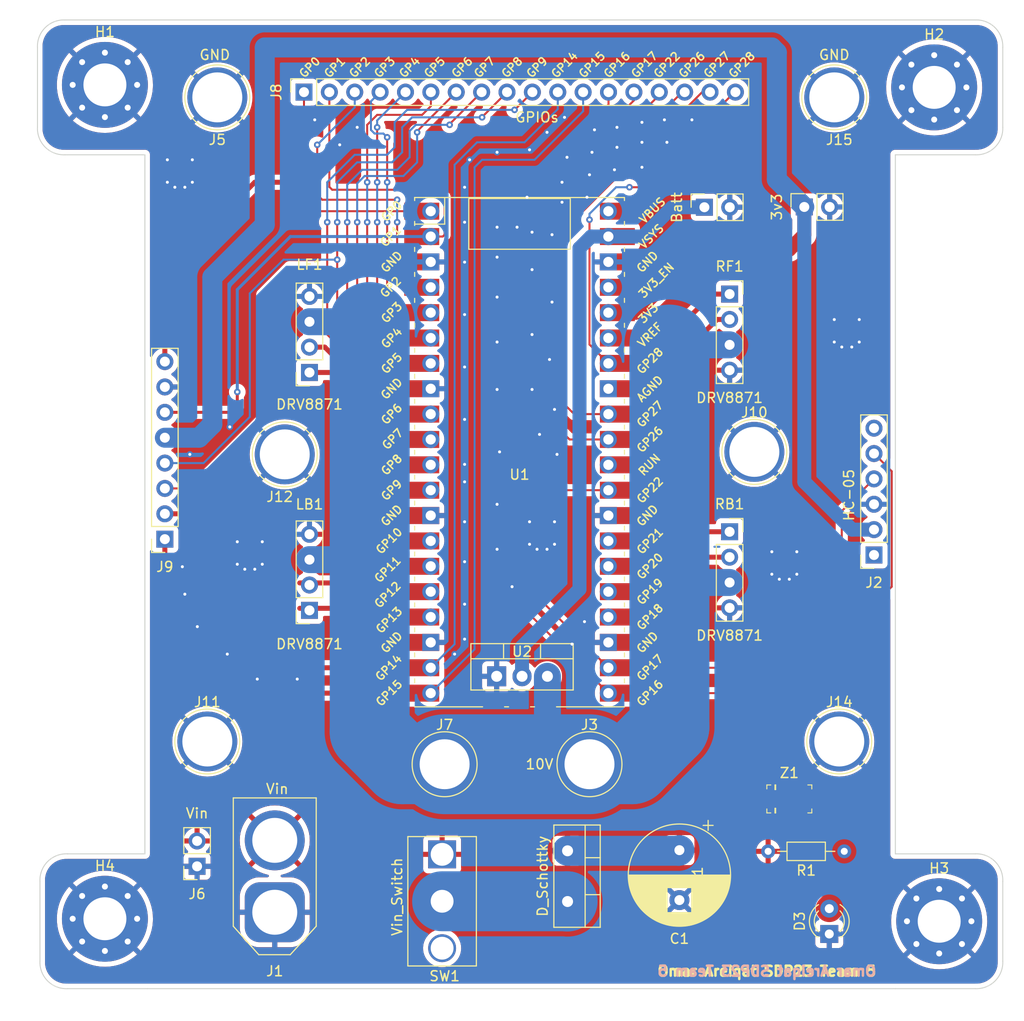
<source format=kicad_pcb>
(kicad_pcb (version 20211014) (generator pcbnew)
  (layers (0 "F.Cu" signal) (31 "B.Cu" signal) (34 "B.Paste" user) (35 "F.Paste" user) (36 "B.SilkS" user "B.Silkscreen") (37 "F.SilkS" user "F.Silkscreen") (38 "B.Mask" user) (39 "F.Mask" user) (44 "Edge.Cuts" user))
  (net 0 "")
  (net 1 "LF1")
  (net 2 "LF2")
  (net 3 "+10V")
  (net 4 "GND")
  (net 5 "RB1")
  (net 6 "RB2")
  (net 7 "LB1")
  (net 8 "LB2")
  (net 9 "RF1")
  (net 10 "RF2")
  (net 11 "Net-(D1-Pad2)")
  (net 12 "Net-(D3-Pad2)")
  (net 13 "VCC")
  (net 15 "+3V3")
  (net 17 "VSYS")
  (net 24 "GPIO16")
  (net 25 "GPIO17")
  (net 26 "GPIO1")
  (net 27 "GPIO2")
  (net 28 "GPIO3")
  (net 29 "GPIO4")
  (net 30 "GPIO5")
  (net 31 "GPIO6")
  (net 32 "GPIO7")
  (net 33 "GPIO8")
  (net 34 "GPIO9")
  (net 35 "GPIO15")
  (net 36 "GPIO22")
  (net 37 "GPIO26")
  (net 38 "GPIO27")
  (net 39 "GPIO28")
  (net 40 "CTS")
  (net 41 "DFU")
  (footprint "TestPoint:TestPoint_Plated_Hole_D5.0mm" (layer "F.Cu") (at 95.5 131.75)
    (fp_text reference "J11")
    (fp_text value "GND")
  )
  (footprint "Connector_PinSocket_2.54mm:PinSocket_1x04_P2.54mm_Vertical" (layer "F.Cu") (at 147.775 86.95)
    (fp_text reference "RF1")
    (fp_text value "DRV8871")
  )
  (footprint "TestPoint:TestPoint_Plated_Hole_D5.0mm" (layer "F.Cu") (at 158.25 67.25)
    (fp_text reference "J15")
    (fp_text value "GND")
  )
  (footprint "Buggy_Footprints:1101M2S3CQE2" (layer "F.Cu") (at 119 143.051)
    (fp_text reference "SW1")
    (fp_text value "Vin_Switch")
  )
  (footprint "Connector_PinSocket_2.54mm:PinSocket_1x02_P2.54mm_Vertical" (layer "F.Cu") (at 155.25 78.225 90)
    (fp_text reference "J13")
    (fp_text value "3v3")
  )
  (footprint "MountingHole:MountingHole_4.3mm_M4_Pad_Via" (layer "F.Cu") (at 168.75 149.75)
    (fp_text reference "H3")
    (fp_text value "M")
  )
  (footprint "Connector_PinSocket_2.54mm:PinSocket_1x08_P2.54mm_Vertical" (layer "F.Cu") (at 91.25 111.49 180)
    (fp_text reference "J9")
    (fp_text value "Bluefruit_LE")
  )
  (footprint "digikey-footprints:DO-214AC" (layer "F.Cu") (at 153.75 137.5)
    (fp_text reference "Z1")
    (fp_text value "Zener")
  )
  (footprint "LED_THT:LED_D3.0mm" (layer "F.Cu") (at 157.75 151.025 90)
    (fp_text reference "D3")
    (fp_text value "LED")
  )
  (footprint "Package_TO_SOT_THT:TO-220-2_Vertical" (layer "F.Cu") (at 131.555 142.695354 -90)
    (fp_text reference "D1")
    (fp_text value "D_Schottky")
  )
  (footprint "MountingHole:MountingHole_4.3mm_M4_Pad_Via" (layer "F.Cu") (at 85.25 66)
    (fp_text reference "H1")
    (fp_text value "M")
  )
  (footprint "TestPoint:TestPoint_Plated_Hole_D5.0mm" (layer "F.Cu") (at 158.75 131.75)
    (fp_text reference "J14")
    (fp_text value "GND")
  )
  (footprint "TestPoint:TestPoint_Plated_Hole_D5.0mm" (layer "F.Cu") (at 103.25 103)
    (fp_text reference "J12")
    (fp_text value "GND")
  )
  (footprint "Connector_PinSocket_2.54mm:PinSocket_1x18_P2.54mm_Vertical" (layer "F.Cu") (at 105.175 66.725 90)
    (fp_text reference "J8")
    (fp_text value "GPIOs")
  )
  (footprint "Capacitor_THT:CP_Radial_D10.0mm_P5.00mm" (layer "F.Cu") (at 142.75 142.632323 -90)
    (fp_text reference "C1")
    (fp_text value "2200uF")
  )
  (footprint "TestPoint:TestPoint_Plated_Hole_D5.0mm" (layer "F.Cu") (at 96.5 67.25 90)
    (fp_text reference "J5")
    (fp_text value "GND")
  )
  (footprint "Package_TO_SOT_THT:TO-220-3_Vertical" (layer "F.Cu") (at 124.46 125.2225)
    (fp_text reference "U2")
    (fp_text value "MC79M15_TO220")
  )
  (footprint "Connector_PinSocket_2.54mm:PinSocket_1x06_P2.54mm_Vertical" (layer "F.Cu") (at 162.225 113.075 180)
    (fp_text reference "J2")
    (fp_text value "HC-05")
  )
  (footprint "Connector_PinSocket_2.54mm:PinSocket_1x02_P2.54mm_Vertical" (layer "F.Cu") (at 145.25 78.2525 90)
    (fp_text reference "J4")
    (fp_text value "Batt")
  )
  (footprint "MountingHole:MountingHole_4.3mm_M4_Pad_Via" (layer "F.Cu") (at 168.25 66.25)
    (fp_text reference "H2")
    (fp_text value "M")
  )
  (footprint "Connector_AMASS:AMASS_XT60-M_1x02_P7.20mm_Vertical" (layer "F.Cu") (at 102.25 148.85 90)
    (fp_text reference "J1")
    (fp_text value "Vin")
  )
  (footprint "Connector_PinSocket_2.54mm:PinSocket_1x02_P2.54mm_Vertical" (layer "F.Cu") (at 94.475 144.25 180)
    (fp_text reference "J6")
    (fp_text value "Vin")
  )
  (footprint "Resistor_THT:R_Axial_DIN0204_L3.6mm_D1.6mm_P7.62mm_Horizontal" (layer "F.Cu") (at 159.25 142.75 180)
    (fp_text reference "R1")
    (fp_text value "330")
  )
  (footprint "Connector_PinSocket_2.54mm:PinSocket_1x04_P2.54mm_Vertical" (layer "F.Cu") (at 105.725 118.62 180)
    (fp_text reference "LB1")
    (fp_text value "DRV8871")
  )
  (footprint "MountingHole:MountingHole_4.3mm_M4_Pad_Via" (layer "F.Cu") (at 85.25 149.5)
    (fp_text reference "H4")
    (fp_text value "M")
  )
  (footprint "Connector_PinSocket_2.54mm:PinSocket_1x04_P2.54mm_Vertical" (layer "F.Cu") (at 105.725 94.8 180)
    (fp_text reference "LF1")
    (fp_text value "DRV8871")
  )
  (footprint "TestPoint:TestPoint_Plated_Hole_D5.0mm" (layer "F.Cu") (at 119.25 134.0275)
    (fp_text reference "J7")
    (fp_text value "10V")
  )
  (footprint "TestPoint:TestPoint_Plated_Hole_D5.0mm" (layer "F.Cu") (at 133.75 134.0275)
    (fp_text reference "J3")
    (fp_text value "10V")
  )
  (footprint "TestPoint:TestPoint_Plated_Hole_D5.0mm" (layer "F.Cu") (at 150.25 102.75)
    (fp_text reference "J10")
    (fp_text value "GND")
  )
  (footprint "Connector_PinSocket_2.54mm:PinSocket_1x04_P2.54mm_Vertical" (layer "F.Cu") (at 147.775 110.75)
    (fp_text reference "RB1")
    (fp_text value "DRV8871")
  )
  (footprint "RPi_Pico:RPi_PicoW_SMD_TH" (layer "F.Cu") (at 126.75 102.7775)
    (fp_text reference "U1")
    (fp_text value "PicoW")
  )
  (gr_line (start 146.75 112.25) (end 146.25 112.25) (layer "B.Cu") (width 0.2))
  (gr_arc (start 175.114399 153.75) (mid 174.344204 155.729805) (end 172.364399 156.5) (layer "Edge.Cuts") (width 0.1))
  (gr_line (start 172.364399 73) (end 164.364399 73) (layer "Edge.Cuts") (width 0.1))
  (gr_line (start 172.364399 143) (end 164.364399 143) (layer "Edge.Cuts") (width 0.1))
  (gr_line (start 175.114399 62.25) (end 175.114399 70.25) (layer "Edge.Cuts") (width 0.1))
  (gr_arc (start 81.25 73) (mid 79.270194 72.229806) (end 78.5 70.25) (layer "Edge.Cuts") (width 0.1))
  (gr_line (start 78.75 153.75) (end 78.75 145.75) (layer "Edge.Cuts") (width 0.1))
  (gr_line (start 172.364399 59.5) (end 164.364399 59.5) (layer "Edge.Cuts") (width 0.1))
  (gr_arc (start 172.364399 143) (mid 174.344205 143.770194) (end 175.114399 145.75) (layer "Edge.Cuts") (width 0.1))
  (gr_line (start 164.364399 143) (end 164.364399 73) (layer "Edge.Cuts") (width 0.1))
  (gr_line (start 78.5 70.25) (end 78.5 62.25) (layer "Edge.Cuts") (width 0.1))
  (gr_line (start 81.5 143) (end 89.25 143) (layer "Edge.Cuts") (width 0.1))
  (gr_arc (start 78.75 145.75) (mid 79.520195 143.770195) (end 81.5 143) (layer "Edge.Cuts") (width 0.1))
  (gr_line (start 81.5 156.5) (end 89.5 156.5) (layer "Edge.Cuts") (width 0.1))
  (gr_line (start 89.25 59.5) (end 164.364399 59.5) (layer "Edge.Cuts") (width 0.1))
  (gr_arc (start 78.5 62.25) (mid 79.270195 60.270195) (end 81.25 59.5) (layer "Edge.Cuts") (width 0.1))
  (gr_line (start 89.25 73) (end 89.25 143) (layer "Edge.Cuts") (width 0.1))
  (gr_line (start 81.25 59.5) (end 89.25 59.5) (layer "Edge.Cuts") (width 0.1))
  (gr_arc (start 81.5 156.5) (mid 79.520195 155.729805) (end 78.75 153.75) (layer "Edge.Cuts") (width 0.1))
  (gr_line (start 172.364399 156.5) (end 164.364399 156.5) (layer "Edge.Cuts") (width 0.1))
  (gr_arc (start 175.114399 70.25) (mid 174.344204 72.229805) (end 172.364399 73) (layer "Edge.Cuts") (width 0.1))
  (gr_line (start 81.25 73) (end 89.25 73) (layer "Edge.Cuts") (width 0.1))
  (gr_arc (start 172.364399 59.5) (mid 174.344205 60.270194) (end 175.114399 62.25) (layer "Edge.Cuts") (width 0.1))
  (gr_line (start 175.114399 145.75) (end 175.114399 153.75) (layer "Edge.Cuts") (width 0.1))
  (gr_line (start 89.5 156.5) (end 164.364399 156.5) (layer "Edge.Cuts") (width 0.1))
  (gr_text "Omar Areiqat SDP23 Team 5" (at 151.5 154.75) (layer "B.SilkS") (effects (font (size 1 1) (thickness 0.25)) (justify mirror)))
  (gr_text "GP26" (at 144 64 45) (layer "F.SilkS") (effects (font (size 0.8 0.8))))
  (gr_text "GP17" (at 139.25 64 45) (layer "F.SilkS") (effects (font (size 0.8 0.8))))
  (gr_text "GP0" (at 105.75 64.25 45) (layer "F.SilkS") (effects (font (size 0.8 0.8))))
  (gr_text "GP15" (at 134 64 45) (layer "F.SilkS") (effects (font (size 0.8 0.8))))
  (gr_text "Omar Areiqat SDP23 Team 5" (at 151.5 154.75) (layer "F.SilkS") (effects (font (size 1 1) (thickness 0.25))))
  (gr_text "GP14" (at 131.25 64 45) (layer "F.SilkS") (effects (font (size 0.8 0.8))))
  (gr_text "GP5" (at 118.25 64.25 45) (layer "F.SilkS") (effects (font (size 0.8 0.8))))
  (gr_text "GP1" (at 108.25 64.25 45) (layer "F.SilkS") (effects (font (size 0.8 0.8))))
  (gr_text "GP28" (at 149 64 45) (layer "F.SilkS") (effects (font (size 0.8 0.8))))
  (gr_text "GP6" (at 121 64.25 45) (layer "F.SilkS") (effects (font (size 0.8 0.8))))
  (gr_text "GP8" (at 126 64.25 45) (layer "F.SilkS") (effects (font (size 0.8 0.8))))
  (gr_text "GP9" (at 128.5 64.25 45) (layer "F.SilkS") (effects (font (size 0.8 0.8))))
  (gr_text "GP2" (at 110.75 64.25 45) (layer "F.SilkS") (effects (font (size 0.8 0.8))))
  (gr_text "GP22" (at 141.5 64 45) (layer "F.SilkS") (effects (font (size 0.8 0.8))))
  (gr_text "GP4" (at 115.75 64.25 45) (layer "F.SilkS") (effects (font (size 0.8 0.8))))
  (gr_text "GP27" (at 146.5 64 45) (layer "F.SilkS") (effects (font (size 0.8 0.8))))
  (gr_text "GP16" (at 136.5 64 45) (layer "F.SilkS") (effects (font (size 0.8 0.8))))
  (gr_text "GP3" (at 113.25 64.25 45) (layer "F.SilkS") (effects (font (size 0.8 0.8))))
  (gr_text "GP7" (at 123.25 64.25 45) (layer "F.SilkS") (effects (font (size 0.8 0.8))))
  (segment (start 109.5 96.25) (end 108.05 94.8) (width 0.5) (layer "F.Cu") (net 1))
  (segment (start 108.05 94.8) (end 105.725 94.8) (width 0.5) (layer "F.Cu") (net 1))
  (segment (start 112.68 114.2075) (end 109.5 111.0275) (width 0.5) (layer "F.Cu") (net 1))
  (segment (start 117.86 114.2075) (end 112.68 114.2075) (width 0.5) (layer "F.Cu") (net 1))
  (segment (start 109.5 111.0275) (end 109.5 96.25) (width 0.5) (layer "F.Cu") (net 1))
  (segment (start 111.25 96.25) (end 107.26 92.26) (width 0.5) (layer "F.Cu") (net 2))
  (segment (start 113.89 111.6675) (end 111.25 109.0275) (width 0.5) (layer "F.Cu") (net 2))
  (segment (start 107.26 92.26) (end 105.725 92.26) (width 0.5) (layer "F.Cu") (net 2))
  (segment (start 117.86 111.6675) (end 113.89 111.6675) (width 0.5) (layer "F.Cu") (net 2))
  (segment (start 111.25 109.0275) (end 111.25 96.25) (width 0.5) (layer "F.Cu") (net 2))
  (segment (start 129.54 129.8175) (end 133.75 134.0275) (width 2.7) (layer "B.Cu") (net 3))
  (segment (start 111.21 113.54) (end 111.75 113) (width 2.7) (layer "B.Cu") (net 3))
  (segment (start 147.775 115.83) (end 141.83 115.83) (width 2.7) (layer "B.Cu") (net 3))
  (segment (start 142.686969 142.695354) (end 142.75 142.632323) (width 3) (layer "B.Cu") (net 3))
  (segment (start 105.725 89.72) (end 111.72 89.72) (width 2.7) (layer "B.Cu") (net 3))
  (segment (start 131.555 142.695354) (end 142.686969 142.695354) (width 3) (layer "B.Cu") (net 3))
  (segment (start 141.75 130.27014) (end 141.75 115.75) (width 8) (layer "B.Cu") (net 3))
  (segment (start 115.00736 134.0275) (end 111.75 130.77014) (width 8) (layer "B.Cu") (net 3))
  (segment (start 111.75 113) (end 111.75 89.75) (width 8) (layer "B.Cu") (net 3))
  (segment (start 119.25 134.0275) (end 115.00736 134.0275) (width 8) (layer "B.Cu") (net 3))
  (segment (start 147.775 92.03) (end 141.78 92.03) (width 2.7) (layer "B.Cu") (net 3))
  (segment (start 111.72 89.72) (end 111.75 89.75) (width 2.7) (layer "B.Cu") (net 3))
  (segment (start 133.75 134.0275) (end 137.99264 134.0275) (width 8) (layer "B.Cu") (net 3))
  (segment (start 141.75 115.75) (end 141.75 92) (width 8) (layer "B.Cu") (net 3))
  (segment (start 141.78 92.03) (end 141.75 92) (width 2.7) (layer "B.Cu") (net 3))
  (segment (start 129.54 125.2225) (end 129.54 129.8175) (width 2.7) (layer "B.Cu") (net 3))
  (segment (start 111.75 130.77014) (end 111.75 113) (width 8) (layer "B.Cu") (net 3))
  (segment (start 137.99264 134.0275) (end 141.75 130.27014) (width 8) (layer "B.Cu") (net 3))
  (segment (start 141.83 115.83) (end 141.75 115.75) (width 2.7) (layer "B.Cu") (net 3))
  (segment (start 105.725 113.54) (end 111.21 113.54) (width 2.7) (layer "B.Cu") (net 3))
  (segment (start 119.25 134.0275) (end 133.75 134.0275) (width 10) (layer "B.Cu") (net 3))
  (via (at 121.25 83.75) (size 0.65) (drill 0.3) (layers "F.Cu" "B.Cu") (net 4))
  (via (at 94 75.75) (size 0.65) (drill 0.3) (layers "F.Cu" "B.Cu") (net 4))
  (via (at 110.5 70.25) (size 0.65) (drill 0.3) (layers "F.Cu" "B.Cu") (net 4))
  (via (at 130.25 112) (size 0.65) (drill 0.3) (layers "F.Cu" "B.Cu") (net 4))
  (via (at 134.25 70.5) (size 0.65) (drill 0.3) (layers "F.Cu" "B.Cu") (net 4))
  (via (at 152.75 115.5) (size 0.65) (drill 0.3) (layers "F.Cu" "B.Cu") (net 4))
  (via (at 124.75 102.75) (size 0.65) (drill 0.3) (layers "F.Cu" "B.Cu") (net 4))
  (via (at 128.75 101) (size 0.65) (drill 0.3) (layers "F.Cu" "B.Cu") (net 4))
  (via (at 130.25 109.75) (size 0.65) (drill 0.3) (layers "F.Cu" "B.Cu") (net 4))
  (via (at 129.75 93.5) (size 0.65) (drill 0.3) (layers "F.Cu" "B.Cu") (net 4))
  (via (at 130.25 98.5) (size 0.65) (drill 0.3) (layers "F.Cu" "B.Cu") (net 4))
  (via (at 144 69.5) (size 0.65) (drill 0.3) (layers "F.Cu" "B.Cu") (net 4))
  (via (at 93 114.25) (size 0.65) (drill 0.3) (layers "F.Cu" "B.Cu") (net 4))
  (via (at 136.5 70.25) (size 0.65) (drill 0.3) (layers "F.Cu" "B.Cu") (net 4))
  (via (at 130 87.75) (size 0.65) (drill 0.3) (layers "F.Cu" "B.Cu") (net 4))
  (via (at 124.5 112.5) (size 0.65) (drill 0.3) (layers "F.Cu" "B.Cu") (net 4))
  (via (at 121.25 105.75) (size 0.65) (drill 0.3) (layers "F.Cu" "B.Cu") (net 4))
  (via (at 121.25 89) (size 0.65) (drill 0.3) (layers "F.Cu" "B.Cu") (net 4))
  (via (at 94.5 120.25) (size 0.65) (drill 0.3) (layers "F.Cu" "B.Cu") (net 4))
  (via (at 139 69.75) (size 0.65) (drill 0.3) (layers "F.Cu" "B.Cu") (net 4))
  (via (at 93.75 103) (size 0.65) (drill 0.3) (layers "F.Cu" "B.Cu") (net 4))
  (via (at 108.75 72) (size 0.65) (drill 0.3) (layers "F.Cu" "B.Cu") (net 4))
  (via (at 141.5 71.75) (size 0.65) (drill 0.3) (layers "F.Cu" "B.Cu") (net 4))
  (via (at 131.5 73.25) (size 0.65) (drill 0.3) (layers "F.Cu" "B.Cu") (net 4))
  (via (at 141.25 69.5) (size 0.65) (drill 0.3) (layers "F.Cu" "B.Cu") (net 4))
  (via (at 131.25 69.25) (size 0.65) (drill 0.3) (layers "F.Cu" "B.Cu") (net 4))
  (via (at 121.25 109.75) (size 0.65) (drill 0.3) (layers "F.Cu" "B.Cu") (net 4))
  (via (at 124.5 91.75) (size 0.65) (drill 0.3) (layers "F.Cu" "B.Cu") (net 4))
  (via (at 97.75 100.25) (size 0.65) (drill 0.3) (layers "F.Cu" "B.Cu") (net 4))
  (via (at 99.25 114.5) (size 0.65) (drill 0.3) (layers "F.Cu" "B.Cu") (net 4))
  (via (at 127.75 112) (size 0.65) (drill 0.3) (layers "F.Cu" "B.Cu") (net 4))
  (via (at 133.25 119.75) (size 0.65) (drill 0.3) (layers "F.Cu" "B.Cu") (net 4))
  (via (at 121.25 104) (size 0.65) (drill 0.3) (layers "F.Cu" "B.Cu") (net 4))
  (via (at 92.25 76.25) (size 0.65) (drill 0.3) (layers "F.Cu" "B.Cu") (net 4))
  (via (at 159 92.25) (size 0.65) (drill 0.3) (layers "F.Cu" "B.Cu") (net 4))
  (via (at 91.5 73.5) (size 0.65) (drill 0.3) (layers "F.Cu" "B.Cu") (net 4))
  (via (at 131 75.75) (size 0.65) (drill 0.3) (layers "F.Cu" "B.Cu") (net 4))
  (via (at 91.5 75.75) (size 0.65) (drill 0.3) (layers "F.Cu" "B.Cu") (net 4))
  (via (at 124.5 108) (size 0.65) (drill 0.3) (layers "F.Cu" "B.Cu") (net 4))
  (via (at 121.25 118) (size 0.65) (drill 0.3) (layers "F.Cu" "B.Cu") (net 4))
  (via (at 94 73.5) (size 0.65) (drill 0.3) (layers "F.Cu" "B.Cu") (net 4))
  (via (at 130.5 103) (size 0.65) (drill 0.3) (layers "F.Cu" "B.Cu") (net 4))
  (via (at 98.5 114) (size 0.65) (drill 0.3) (layers "F.Cu" "B.Cu") (net 4))
  (via (at 124.5 96.5) (size 0.65) (drill 0.3) (layers "F.Cu" "B.Cu") (net 4))
  (via (at 160 92.25) (size 0.65) (drill 0.3) (layers "F.Cu" "B.Cu") (net 4))
  (via (at 124.5 80.25) (size 0.65) (drill 0.3) (layers "F.Cu" "B.Cu") (net 4))
  (via (at 128 96.5) (size 0.65) (drill 0.3) (layers "F.Cu" "B.Cu") (net 4))
  (via (at 131 77.75) (size 0.65) (drill 0.3) (layers "F.Cu" "B.Cu") (net 4))
  (via (at 101 114) (size 0.65) (drill 0.3) (layers "F.Cu" "B.Cu") (net 4))
  (via (at 121.25 121.5) (size 0.65) (drill 0.3) (layers "F.Cu" "B.Cu") (net 4))
  (via (at 126.5 80.25) (size 0.65) (drill 0.3) (layers "F.Cu" "B.Cu") (net 4))
  (via (at 130 81) (size 0.65) (drill 0.3) (layers "F.Cu" "B.Cu") (net 4))
  (via (at 128 80.75) (size 0.65) (drill 0.3) (layers "F.Cu" "B.Cu") (net 4))
  (via (at 158.25 91.75) (size 0.65) (drill 0.3) (layers "F.Cu" "B.Cu") (net 4))
  (via (at 97.5 123) (size 0.65) (drill 0.3) (layers "F.Cu" "B.Cu") (net 4))
  (via (at 124.5 87.25) (size 0.65) (drill 0.3) (layers "F.Cu" "B.Cu") (net 4))
  (via (at 136.25 74.5) (size 0.65) (drill 0.3) (layers "F.Cu" "B.Cu") (net 4))
  (via (at 120.25 123) (size 0.65) (drill 0.3) (layers "F.Cu" "B.Cu") (net 4))
  (via (at 128 84.5) (size 0.65) (drill 0.3) (layers "F.Cu" "B.Cu") (net 4))
  (via (at 158.25 89.5) (size 0.65) (drill 0.3) (layers "F.Cu" "B.Cu") (net 4))
  (via (at 133.5 77.25) (size 0.65) (drill 0.3) (layers "F.Cu" "B.Cu") (net 4))
  (via (at 93.25 76.25) (size 0.65) (drill 0.3) (layers "F.Cu" "B.Cu") (net 4))
  (via (at 127.75 72.5) (size 0.65) (drill 0.3) (layers "F.Cu" "B.Cu") (net 4))
  (via (at 98.5 111.75) (size 0.65) (drill 0.3) (layers "F.Cu" "B.Cu") (net 4))
  (via (at 136.5 72.25) (size 0.65) (drill 0.3) (layers "F.Cu" "B.Cu") (net 4))
  (via (at 124.5 72.75) (size 0.65) (drill 0.3) (layers "F.Cu" "B.Cu") (net 4))
  (via (at 160.75 89.5) (size 0.65) (drill 0.3) (layers "F.Cu" "B.Cu") (net 4))
  (via (at 121.25 99.5) (size 0.65) (drill 0.3) (layers "F.Cu" "B.Cu") (net 4))
  (via (at 124.5 83.25) (size 0.65) (drill 0.3) (layers "F.Cu" "B.Cu") (net 4))
  (via (at 129.5 112.5) (size 0.65) (drill 0.3) (layers "F.Cu" "B.Cu") (net 4))
  (via (at 121.25 113.75) (size 0.65) (drill 0.3) (layers "F.Cu" "B.Cu") (net 4))
  (via (at 128 91) (size 0.65) (drill 0.3) (layers "F.Cu" "B.Cu") (net 4))
  (via (at 127.75 109.75) (size 0.65) (drill 0.3) (layers "F.Cu" "B.Cu") (net 4))
  (via (at 160.75 91.75) (size 0.65) (drill 0.3) (layers "F.Cu" "B.Cu") (net 4))
  (via (at 129.5 70.75) (size 0.65) (drill 0.3) (layers "F.Cu" "B.Cu") (net 4))
  (via (at 104.5 125.5) (size 0.65) (drill 0.3) (layers "F.Cu" "B.Cu") (net 4))
  (via (at 152 112.75) (size 0.65) (drill 0.3) (layers "F.Cu" "B.Cu") (net 4))
  (via (at 134 72.75) (size 0.65) (drill 0.3) (layers "F.Cu" "B.Cu") (net 4))
  (via (at 126 116.25) (size 0.65) (drill 0.3) (layers "F.Cu" "B.Cu") (net 4))
  (via (at 154.5 112.75) (size 0.65) (drill 0.3) (layers "F.Cu" "B.Cu") (net 4))
  (via (at 101 111.75) (size 0.65) (drill 0.3) (layers "F.Cu" "B.Cu") (net 4))
  (via (at 121.75 73.5) (size 0.65) (drill 0.3) (layers "F.Cu" "B.Cu") (net 4))
  (via (at 127.5 77.25) (size 0.65) (drill 0.3) (layers "F.Cu" "B.Cu") (net 4))
  (via (at 154.5 115) (size 0.65) (drill 0.3) (layers "F.Cu" "B.Cu") (net 4))
  (via (at 100.25 114.5) (size 0.65) (drill 0.3) (layers "F.Cu" "B.Cu") (net 4))
  (via (at 132 122) (size 0.65) (drill 0.3) (layers "F.Cu" "B.Cu") (net 4))
  (via (at 152 115) (size 0.65) (drill 0.3) (layers "F.Cu" "B.Cu") (net 4))
  (via (at 139 71.75) (size 0.65) (drill 0.3) (layers "F.Cu" "B.Cu") (net 4))
  (via (at 128.5 112.5) (size 0.65) (drill 0.3) (layers "F.Cu" "B.Cu") (net 4))
  (via (at 133.75 75) (size 0.65) (drill 0.3) (layers "F.Cu" "B.Cu") (net 4))
  (via (at 139 74.25) (size 0.65) (drill 0.3) (layers "F.Cu" "B.Cu") (net 4))
  (via (at 121.25 76.25) (size 0.65) (drill 0.3) (layers "F.Cu" "B.Cu") (net 4))
  (via (at 121.25 94.25) (size 0.65) (drill 0.3) (layers "F.Cu" "B.Cu") (net 4))
  (via (at 100.5 125.5) (size 0.65) (drill 0.3) (layers "F.Cu" "B.Cu") (net 4))
  (via (at 121.25 79.75) (size 0.65) (drill 0.3) (layers "F.Cu" "B.Cu") (net 4))
  (via (at 153.75 115.5) (size 0.65) (drill 0.3) (layers "F.Cu" "B.Cu") (net 4))
  (via (at 93.25 117) (size 0.65) (drill 0.3) (layers "F.Cu" "B.Cu") (net 4))
  (via (at 106.25 69.5) (size 0.65) (drill 0.3) (layers "F.Cu" "B.Cu") (net 4))
  (segment (start 144.7775 110.75) (end 147.775 110.75) (width 0.5) (layer "F.Cu") (net 5))
  (segment (start 138.78 116.7475) (end 144.7775 110.75) (width 0.5) (layer "F.Cu") (net 5))
  (segment (start 135.64 116.7475) (end 138.78 116.7475) (width 0.5) (layer "F.Cu") (net 5))
  (segment (start 135.64 119.2875) (end 138.99 119.2875) (width 0.5) (layer "F.Cu") (net 6))
  (segment (start 138.99 119.2875) (end 144.9875 113.29) (width 0.5) (layer "F.Cu") (net 6))
  (segment (start 144.9875 113.29) (end 147.775 113.29) (width 0.5) (layer "F.Cu") (net 6))
  (segment (start 104.75 118.4125) (end 109.135 118.4125) (width 0.5) (layer "F.Cu") (net 7))
  (segment (start 110.01 119.2875) (end 117.86 119.2875) (width 0.5) (layer "F.Cu") (net 7))
  (segment (start 109.135 118.4125) (end 110.01 119.2875) (width 0.5) (layer "F.Cu") (net 7))
  (segment (start 110.22 116.7475) (end 117.86 116.7475) (width 0.5) (layer "F.Cu") (net 8))
  (segment (start 104.75 115.8725) (end 109.345 115.8725) (width 0.5) (layer "F.Cu") (net 8))
  (segment (start 109.345 115.8725) (end 110.22 116.7475) (width 0.5) (layer "F.Cu") (net 8))
  (segment (start 146.05 86.95) (end 142 91) (width 0.5) (layer "F.Cu") (net 9))
  (segment (start 142 108.2775) (end 138.61 111.6675) (width 0.5) (layer "F.Cu") (net 9))
  (segment (start 147.775 86.95) (end 146.05 86.95) (width 0.5) (layer "F.Cu") (net 9))
  (segment (start 138.61 111.6675) (end 135.64 111.6675) (width 0.5) (layer "F.Cu") (net 9))
  (segment (start 142 91) (end 142 108.2775) (width 0.5) (layer "F.Cu") (net 9))
  (segment (start 147.775 89.49) (end 146.525 89.49) (width 0.5) (layer "F.Cu") (net 10))
  (segment (start 138.57 114.2075) (end 135.64 114.2075) (width 0.5) (layer "F.Cu") (net 10))
  (segment (start 146.525 89.49) (end 144.25 91.765) (width 0.5) (layer "F.Cu") (net 10))
  (segment (start 144.25 108.5275) (end 138.57 114.2075) (width 0.5) (layer "F.Cu") (net 10))
  (segment (start 144.25 91.765) (end 144.25 108.5275) (width 0.5) (layer "F.Cu") (net 10))
  (segment (start 119 147.75) (end 131.529646 147.75) (width 6) (layer "B.Cu") (net 11))
  (segment (start 131.529646 147.75) (end 131.555 147.775354) (width 6) (layer "B.Cu") (net 11))
  (segment (start 159.25 146.985) (end 157.75 148.485) (width 2.7) (layer "F.Cu") (net 12))
  (segment (start 159.25 142.75) (end 159.25 146.985) (width 2.7) (layer "F.Cu") (net 12))
  (segment (start 155.25 81) (end 155.25 78.225) (width 1.4) (layer "F.Cu") (net 15))
  (segment (start 144.7075 82.5) (end 153.75 82.5) (width 1.4) (layer "F.Cu") (net 15))
  (segment (start 135.64 88.8075) (end 138.4 88.8075) (width 1.4) (layer "F.Cu") (net 15))
  (segment (start 153.75 82.5) (end 155.25 81) (width 1.4) (layer "F.Cu") (net 15))
  (segment (start 138.4 88.8075) (end 144.7075 82.5) (width 1.4) (layer "F.Cu") (net 15))
  (segment (start 94.67 101.33) (end 96 100) (width 2) (layer "B.Cu") (net 15))
  (segment (start 162.225 110.535) (end 160.035 110.535) (width 1.4) (layer "B.Cu") (net 15))
  (segment (start 152 62.25) (end 152.5 62.75) (width 2) (layer "B.Cu") (net 15))
  (segment (start 160.035 110.535) (end 155.25 105.75) (width 1.4) (layer "B.Cu") (net 15))
  (segment (start 101.25 80) (end 101.25 62.25) (width 2) (layer "B.Cu") (net 15))
  (segment (start 96 85.25) (end 101.25 80) (width 2) (layer "B.Cu") (net 15))
  (segment (start 101.25 62.25) (end 152 62.25) (width 2) (layer "B.Cu") (net 15))
  (segment (start 155.25 105.75) (end 155.25 78.225) (width 1.4) (layer "B.Cu") (net 15))
  (segment (start 152.5 62.75) (end 152.5 75.475) (width 2) (layer "B.Cu") (net 15))
  (segment (start 152.5 75.475) (end 155.25 78.225) (width 2) (layer "B.Cu") (net 15))
  (segment (start 91.25 101.33) (end 94.67 101.33) (width 2) (layer "B.Cu") (net 15))
  (segment (start 96 100) (end 96 85.25) (width 2) (layer "B.Cu") (net 15))
  (segment (start 135.64 81.1875) (end 139.09 81.1875) (width 1.4) (layer "B.Cu") (net 17))
  (segment (start 132.75 82.3475) (end 133.91 81.1875) (width 1.4) (layer "B.Cu") (net 17))
  (segment (start 127 125.2225) (end 127 122.25) (width 1.4) (layer "B.Cu") (net 17))
  (segment (start 132.75 116.5) (end 132.75 82.3475) (width 1.4) (layer "B.Cu") (net 17))
  (segment (start 133.91 81.1875) (end 135.64 81.1875) (width 1.4) (layer "B.Cu") (net 17))
  (segment (start 142.025 78.2525) (end 145.25 78.2525) (width 1.4) (layer "B.Cu") (net 17))
  (segment (start 139.09 81.1875) (end 142.025 78.2525) (width 1.4) (layer "B.Cu") (net 17))
  (segment (start 127 122.25) (end 132.75 116.5) (width 1.4) (layer "B.Cu") (net 17))
  (segment (start 135.64 126.9075) (end 153.3425 126.9075) (width 0.2) (layer "F.Cu") (net 24))
  (segment (start 164 116.25) (end 164 104.69) (width 0.2) (layer "F.Cu") (net 24))
  (segment (start 135.64 126.9075) (end 123.5 114.7675) (width 0.2) (layer "F.Cu") (net 24))
  (segment (start 135.655 67.97) (end 135.655 66.725) (width 0.2) (layer "F.Cu") (net 24))
  (segment (start 123.5 114.7675) (end 123.5 80.125) (width 0.2) (layer "F.Cu") (net 24))
  (segment (start 164 104.69) (end 162.225 102.915) (width 0.2) (layer "F.Cu") (net 24))
  (segment (start 153.3425 126.9075) (end 164 116.25) (width 0.2) (layer "F.Cu") (net 24))
  (segment (start 123.5 80.125) (end 135.655 67.97) (width 0.2) (layer "F.Cu") (net 24))
  (segment (start 159 116) (end 159 108.68) (width 0.2) (layer "F.Cu") (net 25))
  (segment (start 159 108.68) (end 162.225 105.455) (width 0.2) (layer "F.Cu") (net 25))
  (segment (start 135.64 124.3675) (end 150.6325 124.3675) (width 0.2) (layer "F.Cu") (net 25))
  (segment (start 125.75 80) (end 138.195 67.555) (width 0.2) (layer "F.Cu") (net 25))
  (segment (start 138.195 67.555) (end 138.195 66.725) (width 0.2) (layer "F.Cu") (net 25))
  (segment (start 125.75 114.4775) (end 125.75 80) (width 0.2) (layer "F.Cu") (net 25))
  (segment (start 135.64 124.3675) (end 125.75 114.4775) (width 0.2) (layer "F.Cu") (net 25))
  (segment (start 150.6325 124.3675) (end 159 116) (width 0.2) (layer "F.Cu") (net 25))
  (segment (start 119.25 81) (end 119.25 77.25) (width 0.2) (layer "F.Cu") (net 26))
  (segment (start 118.5 76.5) (end 108 76.5) (width 0.2) (layer "F.Cu") (net 26))
  (segment (start 107.715 76.215) (end 107.715 66.725) (width 0.2) (layer "F.Cu") (net 26))
  (segment (start 117.86 81.1875) (end 119.0625 81.1875) (width 0.2) (layer "F.Cu") (net 26))
  (segment (start 108 76.5) (end 107.715 76.215) (width 0.2) (layer "F.Cu") (net 26))
  (segment (start 98.5 96.75) (end 98.5 98.25) (width 0.3) (layer "F.Cu") (net 26))
  (segment (start 98.5 98.25) (end 97.96 98.79) (width 0.3) (layer "F.Cu") (net 26))
  (segment (start 97.96 98.79) (end 91.25 98.79) (width 0.3) (layer "F.Cu") (net 26))
  (segment (start 119.25 77.25) (end 118.5 76.5) (width 0.2) (layer "F.Cu") (net 26))
  (segment (start 119.0625 81.1875) (end 119.25 81) (width 0.2) (layer "F.Cu") (net 26))
  (via (at 98.5 96.75) (size 0.65) (drill 0.3) (layers "F.Cu" "B.Cu") (net 26))
  (segment (start 103.8125 81.1875) (end 98.5 86.5) (width 0.3) (layer "B.Cu") (net 26))
  (segment (start 117.86 81.1875) (end 103.8125 81.1875) (width 0.3) (layer "B.Cu") (net 26))
  (segment (start 98.5 86.5) (end 98.5 96.75) (width 0.3) (layer "B.Cu") (net 26))
  (segment (start 107 77.5) (end 106.5 77) (width 0.2) (layer "F.Cu") (net 27))
  (segment (start 114.5 86) (end 114.5 79.75) (width 0.2) (layer "F.Cu") (net 27))
  (segment (start 116.2825 86.25) (end 114.75 86.25) (width 0.2) (layer "F.Cu") (net 27))
  (segment (start 117.86 86.2675) (end 116.3 86.2675) (width 0.2) (layer "F.Cu") (net 27))
  (segment (start 114.75 86.25) (end 114.5 86) (width 0.2) (layer "F.Cu") (net 27))
  (segment (start 116.3 86.2675) (end 116.2825 86.25) (width 0.2) (layer "F.Cu") (net 27))
  (segment (start 106.5 77) (end 106.5 72) (width 0.2) (layer "F.Cu") (net 27))
  (segment (start 114.5 77.5) (end 107 77.5) (width 0.2) (layer "F.Cu") (net 27))
  (via (at 106.5 72) (size 0.65) (drill 0.3) (layers "F.Cu" "B.Cu") (net 27))
  (via (at 114.5 77.5) (size 0.65) (drill 0.3) (layers "F.Cu" "B.Cu") (net 27))
  (via (at 114.5 79.75) (size 0.65) (drill 0.3) (layers "F.Cu" "B.Cu") (net 27))
  (segment (start 114.5 79.75) (end 114.5 77.5) (width 0.2) (layer "B.Cu") (net 27))
  (segment (start 106.5 72) (end 110.255 68.245) (width 0.2) (layer "B.Cu") (net 27))
  (segment (start 110.255 68.245) (end 110.255 66.725) (width 0.2) (layer "B.Cu") (net 27))
  (segment (start 117.86 88.8075) (end 114.0575 88.8075) (width 0.2) (layer "F.Cu") (net 28))
  (segment (start 113.5 88.25) (end 113.5 79.75) (width 0.2) (layer "F.Cu") (net 28))
  (segment (start 113.5 75.75) (end 113.5 71.25) (width 0.2) (layer "F.Cu") (net 28))
  (segment (start 113.5 88.25) (end 114.0575 88.8075) (width 0.2) (layer "F.Cu") (net 28))
  (via (at 113.5 71.25) (size 0.65) (drill 0.3) (layers "F.Cu" "B.Cu") (net 28))
  (via (at 113.5 75.75) (size 0.65) (drill 0.3) (layers "F.Cu" "B.Cu") (net 28))
  (via (at 113.5 79.75) (size 0.65) (drill 0.3) (layers "F.Cu" "B.Cu") (net 28))
  (segment (start 111.875 70.508884) (end 111.875 67.645) (width 0.2) (layer "B.Cu") (net 28))
  (segment (start 113.125 70.875) (end 112.241116 70.875) (width 0.2) (layer "B.Cu") (net 28))
  (segment (start 111.875 67.645) (end 112.795 66.725) (width 0.2) (layer "B.Cu") (net 28))
  (segment (start 112.241116 70.875) (end 111.875 70.508884) (width 0.2) (layer "B.Cu") (net 28))
  (segment (start 113.5 71.25) (end 113.125 70.875) (width 0.2) (layer "B.Cu") (net 28))
  (segment (start 113.5 79.75) (end 113.5 75.75) (width 0.2) (layer "B.Cu") (net 28))
  (segment (start 112.5 89.75) (end 114.0975 91.3475) (width 0.2) (layer "F.Cu") (net 29))
  (segment (start 112.5 75.75) (end 112.5 70.25) (width 0.2) (layer "F.Cu") (net 29))
  (segment (start 117.86 91.3475) (end 114.0975 91.3475) (width 0.2) (layer "F.Cu") (net 29))
  (segment (start 112.5 89.75) (end 112.5 79.75) (width 0.2) (layer "F.Cu") (net 29))
  (via (at 112.5 79.75) (size 0.65) (drill 0.3) (layers "F.Cu" "B.Cu") (net 29))
  (via (at 112.5 70.25) (size 0.65) (drill 0.3) (layers "F.Cu" "B.Cu") (net 29))
  (via (at 112.5 75.75) (size 0.65) (drill 0.3) (layers "F.Cu" "B.Cu") (net 29))
  (segment (start 112.5 79.75) (end 112.5 75.75) (width 0.2) (layer "B.Cu") (net 29))
  (segment (start 112.5 70.25) (end 112.5 69.56) (width 0.2) (layer "B.Cu") (net 29))
  (segment (start 112.5 69.56) (end 115.335 66.725) (width 0.2) (layer "B.Cu") (net 29))
  (segment (start 117.875 68.125) (end 117.875 66.725) (width 0.2) (layer "F.Cu") (net 30))
  (segment (start 111.5 75.75) (end 111.5 70) (width 0.2) (layer "F.Cu") (net 30))
  (segment (start 117 69) (end 117.875 68.125) (width 0.2) (layer "F.Cu") (net 30))
  (segment (start 115.1375 93.8875) (end 111.5 90.25) (width 0.2) (layer "F.Cu") (net 30))
  (segment (start 112.5 69) (end 117 69) (width 0.2) (layer "F.Cu") (net 30))
  (segment (start 111.5 70) (end 112.5 69) (width 0.2) (layer "F.Cu") (net 30))
  (segment (start 117.86 93.8875) (end 115.1375 93.8875) (width 0.2) (layer "F.Cu") (net 30))
  (segment (start 111.5 90.25) (end 111.5 79.75) (width 0.2) (layer "F.Cu") (net 30))
  (via (at 111.5 75.75) (size 0.65) (drill 0.3) (layers "F.Cu" "B.Cu") (net 30))
  (via (at 111.5 79.75) (size 0.65) (drill 0.3) (layers "F.Cu" "B.Cu") (net 30))
  (segment (start 111.5 79.75) (end 111.5 75.75) (width 0.2) (layer "B.Cu") (net 30))
  (segment (start 114.5 94.25) (end 110.5 90.25) (width 0.2) (layer "F.Cu") (net 31))
  (segment (start 117.86 98.9675) (end 114.7175 98.9675) (width 0.2) (layer "F.Cu") (net 31))
  (segment (start 114.7175 98.9675) (end 114.5 98.75) (width 0.2) (layer "F.Cu") (net 31))
  (segment (start 120.415 66.725) (end 116.5 70.64) (width 0.2) (layer "F.Cu") (net 31))
  (segment (start 110.5 90.25) (end 110.5 79.75) (width 0.2) (layer "F.Cu") (net 31))
  (segment (start 116.5 70.64) (end 116.5 70.75) (width 0.2) (layer "F.Cu") (net 31))
  (segment (start 114.5 98.75) (end 114.5 94.25) (width 0.2) (layer "F.Cu") (net 31))
  (via (at 110.5 79.75) (size 0.65) (drill 0.3) (layers "F.Cu" "B.Cu") (net 31))
  (via (at 116.5 70.75) (size 0.65) (drill 0.3) (layers "F.Cu" "B.Cu") (net 31))
  (segment (start 115.125 75.125) (end 111.241116 75.125) (width 0.2) (layer "B.Cu") (net 31))
  (segment (start 116.5 70.75) (end 116.5 73.75) (width 0.2) (layer "B.Cu") (net 31))
  (segment (start 110.5 75.866116) (end 110.5 79.75) (width 0.2) (layer "B.Cu") (net 31))
  (segment (start 116.5 73.75) (end 115.125 75.125) (width 0.2) (layer "B.Cu") (net 31))
  (segment (start 111.241116 75.125) (end 110.5 75.866116) (width 0.2) (layer "B.Cu") (net 31))
  (segment (start 114.5 101.5) (end 114 101) (width 0.2) (layer "F.Cu") (net 32))
  (segment (start 114 101) (end 114 95) (width 0.2) (layer "F.Cu") (net 32))
  (segment (start 117.86 101.5075) (end 117.8525 101.5) (width 0.2) (layer "F.Cu") (net 32))
  (segment (start 119.75 70) (end 119.75 69.93) (width 0.2) (layer "F.Cu") (net 32))
  (segment (start 119.75 69.93) (end 122.955 66.725) (width 0.2) (layer "F.Cu") (net 32))
  (segment (start 114 95) (end 109.5 90.5) (width 0.2) (layer "F.Cu") (net 32))
  (segment (start 109.5 90.5) (end 109.5 79.75) (width 0.2) (layer "F.Cu") (net 32))
  (segment (start 117.8525 101.5) (end 114.5 101.5) (width 0.2) (layer "F.Cu") (net 32))
  (via (at 119.75 70) (size 0.65) (drill 0.3) (layers "F.Cu" "B.Cu") (net 32))
  (via (at 109.5 79.75) (size 0.65) (drill 0.3) (layers "F.Cu" "B.Cu") (net 32))
  (segment (start 119.75 70) (end 116.366116 70) (width 0.2) (layer "B.Cu") (net 32))
  (segment (start 115.75 70.616116) (end 115.75 73.25) (width 0.2) (layer "B.Cu") (net 32))
  (segment (start 115.75 73.25) (end 114.5 74.5) (width 0.2) (layer "B.Cu") (net 32))
  (segment (start 114.5 74.5) (end 111 74.5) (width 0.2) (layer "B.Cu") (net 32))
  (segment (start 111 74.5) (end 109.5 76) (width 0.2) (layer "B.Cu") (net 32))
  (segment (start 109.5 76) (end 109.5 79.75) (width 0.2) (layer "B.Cu") (net 32))
  (segment (start 116.366116 70) (end 115.75 70.616116) (width 0.2) (layer "B.Cu") (net 32))
  (segment (start 113.25 103.5) (end 113.7975 104.0475) (width 0.2) (layer "F.Cu") (net 33))
  (segment (start 108.5 83.5) (end 108.5 79.75) (width 0.2) (layer "F.Cu") (net 33))
  (segment (start 113.7975 104.0475) (end 117.86 104.0475) (width 0.2) (layer "F.Cu") (net 33))
  (segment (start 113.25 95.5) (end 113.25 103.5) (width 0.2) (layer "F.Cu") (net 33))
  (segment (start 108.5 90.75) (end 113.25 95.5) (width 0.2) (layer "F.Cu") (net 33))
  (segment (start 123 69.25) (end 123 69.22) (width 0.2) (layer "F.Cu") (net 33))
  (segment (start 123 69.22) (end 125.495 66.725) (width 0.2) (layer "F.Cu") (net 33))
  (segment (start 108.5 83.5) (end 108.5 90.75) (width 0.2) (layer "F.Cu") (net 33))
  (via (at 108.5 79.75) (size 0.65) (drill 0.3) (layers "F.Cu" "B.Cu") (net 33))
  (via (at 123 69.25) (size 0.65) (drill 0.3) (layers "F.Cu" "B.Cu") (net 33))
  (via (at 108.5 83.5) (size 0.65) (drill 0.3) (layers "F.Cu" "B.Cu") (net 33))
  (segment (start 110.5 73.75) (end 114 73.75) (width 0.2) (layer "B.Cu") (net 33))
  (segment (start 115 72.75) (end 115 70.25) (width 0.2) (layer "B.Cu") (net 33))
  (segment (start 95.13 103.87) (end 91.25 103.87) (width 0.2) (layer "B.Cu") (net 33))
  (segment (start 116 69.25) (end 123 69.25) (width 0.2) (layer "B.Cu") (net 33))
  (segment (start 99.75 86.875) (end 99.75 99.25) (width 0.2) (layer "B.Cu") (net 33))
  (segment (start 108.5 75.75) (end 110.5 73.75) (width 0.2) (layer "B.Cu") (net 33))
  (segment (start 115 70.25) (end 116 69.25) (width 0.2) (layer "B.Cu") (net 33))
  (segment (start 99.75 99.25) (end 95.13 103.87) (width 0.2) (layer "B.Cu") (net 33))
  (segment (start 103.125 83.5) (end 99.75 86.875) (width 0.2) (layer "B.Cu") (net 33))
  (segment (start 114 73.75) (end 115 72.75) (width 0.2) (layer "B.Cu") (net 33))
  (segment (start 108.5 83.5) (end 103.125 83.5) (width 0.2) (layer "B.Cu") (net 33))
  (segment (start 108.5 79.75) (end 108.5 75.75) (width 0.2) (layer "B.Cu") (net 33))
  (segment (start 107.5 84.25) (end 103.75 84.25) (width 0.2) (layer "F.Cu") (net 34))
  (segment (start 107.5 84.25) (end 107.5 91) (width 0.2) (layer "F.Cu") (net 34))
  (segment (start 113.0875 106.5875) (end 117.86 106.5875) (width 0.2) (layer "F.Cu") (net 34))
  (segment (start 112.75 106.25) (end 113.0875 106.5875) (width 0.2) (layer "F.Cu") (net 34))
  (segment (start 94.09 106.41) (end 91.25 106.41) (width 0.2) (layer "F.Cu") (net 34))
  (segment (start 112.75 96.25) (end 112.75 106.25) (width 0.2) (layer "F.Cu") (net 34))
  (segment (start 101 99.5) (end 94.09 106.41) (width 0.2) (layer "F.Cu") (net 34))
  (segment (start 107.5 91) (end 112.75 96.25) (width 0.2) (layer "F.Cu") (net 34))
  (segment (start 101 87) (end 101 99.5) (width 0.2) (layer "F.Cu") (net 34))
  (segment (start 103.75 84.25) (end 101 87) (width 0.2) (layer "F.Cu") (net 34))
  (segment (start 126.26 68.5) (end 128.035 66.725) (width 0.2) (layer "F.Cu") (net 34))
  (segment (start 107.5 84.25) (end 107.5 79.75) (width 0.2) (layer "F.Cu") (net 34))
  (via (at 107.5 79.75) (size 0.65) (drill 0.3) (layers "F.Cu" "B.Cu") (net 34))
  (via (at 126.25 68.5) (size 0.65) (drill 0.3) (layers "F.Cu" "B.Cu") (net 34))
  (segment (start 114.25 69.75) (end 115.5 68.5) (width 0.2) (layer "B.Cu") (net 34))
  (segment (start 113.5 73) (end 114.25 72.25) (width 0.2) (layer "B.Cu") (net 34))
  (segment (start 107.5 79.75) (end 107.5 75.75) (width 0.2) (layer "B.Cu") (net 34))
  (segment (start 115.5 68.5) (end 126.25 68.5) (width 0.2) (layer "B.Cu") (net 34))
  (segment (start 107.5 75.75) (end 110.25 73) (width 0.2) (layer "B.Cu") (net 34))
  (segment (start 110.25 73) (end 113.5 73) (width 0.2) (layer "B.Cu") (net 34))
  (segment (start 114.25 72.25) (end 114.25 69.75) (width 0.2) (layer "B.Cu") (net 34))
  (segment (start 91.25 118.5) (end 91.25 111.49) (width 0.5) (layer "F.Cu") (net 35))
  (segment (start 117.86 126.9075) (end 99.6575 126.9075) (width 0.5) (layer "F.Cu") (net 35))
  (segment (start 99.6575 126.9075) (end 91.25 118.5) (width 0.5) (layer "F.Cu") (net 35))
  (segment (start 123 73.5) (end 128.25 73.5) (width 0.2) (layer "B.Cu") (net 35))
  (segment (start 133.115 68.635) (end 133.115 66.725) (width 0.2) (layer "B.Cu") (net 35))
  (segment (start 128.25 73.5) (end 133.115 68.635) (width 0.2) (layer "B.Cu") (net 35))
  (segment (start 117.86 126.9075) (end 122.25 122.5175) (width 0.2) (layer "B.Cu") (net 35))
  (segment (start 122.25 74.25) (end 123 73.5) (width 0.2) (layer "B.Cu") (net 35))
  (segment (start 122.25 122.5175) (end 122.25 74.25) (width 0.2) (layer "B.Cu") (net 35))
  (segment (start 127.25 102.5) (end 127.25 80.5) (width 0.2) (layer "F.Cu") (net 36))
  (segment (start 131.3375 106.5875) (end 127.25 102.5) (width 0.2) (layer "F.Cu") (net 36))
  (segment (start 135.64 106.5875) (end 131.3375 106.5875) (width 0.2) (layer "F.Cu") (net 36))
  (segment (start 140.735 67.015) (end 140.735 66.725) (width 0.2) (layer "F.Cu") (net 36))
  (segment (start 127.25 80.5) (end 140.735 67.015) (width 0.2) (layer "F.Cu") (net 36))
  (segment (start 143.025 66.725) (end 143.275 66.725) (width 0.2) (layer "F.Cu") (net 37))
  (segment (start 131.7575 101.5075) (end 128.75 98.5) (width 0.2) (layer "F.Cu") (net 37))
  (segment (start 128.75 98.5) (end 128.75 81) (width 0.2) (layer "F.Cu") (net 37))
  (segment (start 128.75 81) (end 143.025 66.725) (width 0.2) (layer "F.Cu") (net 37))
  (segment (start 135.64 101.5075) (end 131.7575 101.5075) (width 0.2) (layer "F.Cu") (net 37))
  (segment (start 131 80.75) (end 145.025 66.725) (width 0.2) (layer "F.Cu") (net 38))
  (segment (start 131 97.75) (end 131 80.75) (width 0.2) (layer "F.Cu") (net 38))
  (segment (start 145.025 66.725) (end 145.815 66.725) (width 0.2) (layer "F.Cu") (net 38))
  (segment (start 135.64 98.9675) (end 132.2175 98.9675) (width 0.2) (layer "F.Cu") (net 38))
  (segment (start 132.2175 98.9675) (end 131 97.75) (width 0.2) (layer "F.Cu") (net 38))
  (segment (start 135.64 93.8875) (end 133.75 91.9975) (width 0.2) (layer "F.Cu") (net 39))
  (segment (start 137.75 76.25) (end 138.75 76.25) (width 0.2) (layer "F.Cu") (net 39))
  (segment (start 133.75 91.9975) (end 133.75 79.5) (width 0.2) (layer "F.Cu") (net 39))
  (segment (start 148.275 66.725) (end 148.355 66.725) (width 0.2) (layer "F.Cu") (net 39))
  (segment (start 138.75 76.25) (end 148.275 66.725) (width 0.2) (layer "F.Cu") (net 39))
  (via (at 137.75 76.25) (size 0.65) (drill 0.3) (layers "F.Cu" "B.Cu") (net 39))
  (via (at 133.75 79.5) (size 0.65) (drill 0.3) (layers "F.Cu" "B.Cu") (net 39))
  (segment (start 133.75 79.5) (end 133.75 78.911154) (width 0.2) (layer "B.Cu") (net 39))
  (segment (start 133.75 78.911154) (end 136.411154 76.25) (width 0.2) (layer "B.Cu") (net 39))
  (segment (start 136.411154 76.25) (end 137.75 76.25) (width 0.2) (layer "B.Cu") (net 39))
  (segment (start 94.75 118.5) (end 94.75 109.75) (width 0.5) (layer "F.Cu") (net 40))
  (segment (start 100.6175 124.3675) (end 94.75 118.5) (width 0.5) (layer "F.Cu") (net 40))
  (segment (start 93.95 108.95) (end 91.25 108.95) (width 0.5) (layer "F.Cu") (net 40))
  (segment (start 117.86 124.3675) (end 100.6175 124.3675) (width 0.5) (layer "F.Cu") (net 40))
  (segment (start 94.75 109.75) (end 93.95 108.95) (width 0.5) (layer "F.Cu") (net 40))
  (segment (start 120.25 74) (end 122.5 71.75) (width 0.2) (layer "B.Cu") (net 40))
  (segment (start 122.5 71.75) (end 127.25 71.75) (width 0.2) (layer "B.Cu") (net 40))
  (segment (start 119.75 122.5) (end 120.25 122) (width 0.2) (layer "B.Cu") (net 40))
  (segment (start 120.25 122) (end 120.25 74) (width 0.2) (layer "B.Cu") (net 40))
  (segment (start 127.25 71.75) (end 130.575 68.425) (width 0.2) (layer "B.Cu") (net 40))
  (segment (start 130.575 68.425) (end 130.575 66.725) (width 0.2) (layer "B.Cu") (net 40))
  (segment (start 117.86 124.3675) (end 119.7275 122.5) (width 0.2) (layer "B.Cu") (net 40))
  (segment (start 119.7275 122.5) (end 119.75 122.5) (width 0.2) (layer "B.Cu") (net 40))
  (segment (start 105 75.75) (end 100.25 75.75) (width 0.5) (layer "F.Cu") (net 41))
  (segment (start 105.175 75.575) (end 105 75.75) (width 0.5) (layer "F.Cu") (net 41))
  (segment (start 117.86 78.6475) (end 106.3975 78.6475) (width 0.2) (layer "F.Cu") (net 41))
  (segment (start 105.175 77.425) (end 105.175 75.575) (width 0.2) (layer "F.Cu") (net 41))
  (segment (start 91.25 84.75) (end 91.25 93.71) (width 0.5) (layer "F.Cu") (net 41))
  (segment (start 100.25 75.75) (end 91.25 84.75) (width 0.5) (layer "F.Cu") (net 41))
  (segment (start 106.3975 78.6475) (end 105.175 77.425) (width 0.2) (layer "F.Cu") (net 41))
  (segment (start 105.175 75.575) (end 105.175 66.725) (width 0.2) (layer "F.Cu") (net 41))
  (zone (net 3) (net_name "+10V") (layer "F.Cu") (connect_pads (clearance 0.508)) (min_thickness 0.254) (fill yes (thermal_gap 0.508) (thermal_bridge_width 0.508))
    (polygon (pts (xy 153.75 153) (xy 125.75 153) (xy 125.75 139.25) (xy 107.75 139.25) (xy 107.75 136.25) (xy 105 136.25) (xy 105 128.75) (xy 153.75 128.75)))
  )
  (zone (net 4) (net_name "GND") (layers F&B.Cu) (connect_pads (clearance 0.508)) (min_thickness 0.254) (fill yes (thermal_gap 0.508) (thermal_bridge_width 0.508))
    (polygon (pts (xy 177.25 159.75) (xy 74.75 159.75) (xy 74.75 57.5) (xy 177.25 57.5)))
  )
  (zone (net 13) (net_name "VCC") (layer "F.Cu") (connect_pads (clearance 0.508)) (min_thickness 0.254) (fill yes (thermal_gap 0.508) (thermal_bridge_width 0.508))
    (polygon (pts (xy 106.5 140.5) (xy 122.25 140.5) (xy 122.25 144.5) (xy 115.25 144.5) (xy 115.25 153.5) (xy 92.25 153.5) (xy 92.25 137.5) (xy 106.5 137.5)))
  )
)
</source>
